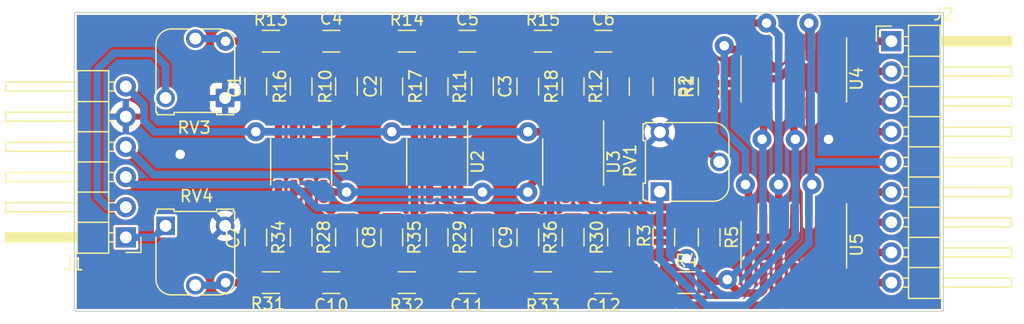
<source format=kicad_pcb>
(kicad_pcb (version 20211014) (generator pcbnew)
  (layers (0 "F.Cu" mixed) (31 "B.Cu" power) (34 "B.Paste" user) (35 "F.Paste" user) (36 "B.SilkS" user "B.Silkscreen") (37 "F.SilkS" user "F.Silkscreen") (38 "B.Mask" user) (39 "F.Mask" user) (44 "Edge.Cuts" user))
  (net 0 "")
  (net 1 "GND")
  (net 2 "audio_right")
  (net 3 "audio_left")
  (net 4 "+5V")
  (net 5 "-15V")
  (net 6 "+15V")
  (net 7 "Net-(C4-Pad1)")
  (net 8 "Net-(C1-Pad2)")
  (net 9 "Net-(C5-Pad1)")
  (net 10 "Net-(C2-Pad2)")
  (net 11 "Net-(C6-Pad1)")
  (net 12 "Net-(C3-Pad2)")
  (net 13 "Net-(C10-Pad1)")
  (net 14 "Net-(C7-Pad2)")
  (net 15 "Net-(C11-Pad1)")
  (net 16 "Net-(C8-Pad2)")
  (net 17 "Net-(C12-Pad1)")
  (net 18 "Net-(C9-Pad2)")
  (net 19 "Net-(J1-Pad1)")
  (net 20 "Net-(J1-Pad2)")
  (net 21 "Net-(U5-Pad14)")
  (net 22 "Net-(U5-Pad13)")
  (net 23 "Net-(U5-Pad1)")
  (net 24 "Net-(U5-Pad2)")
  (net 25 "Net-(U4-Pad14)")
  (net 26 "Net-(U4-Pad13)")
  (net 27 "Net-(U4-Pad1)")
  (net 28 "Net-(U4-Pad2)")
  (net 29 "Net-(R1-Pad2)")
  (net 30 "Net-(R1-Pad1)")
  (net 31 "Net-(R2-Pad2)")
  (net 32 "Net-(R3-Pad2)")
  (net 33 "Net-(R4-Pad2)")
  (net 34 "Net-(R10-Pad2)")
  (net 35 "Net-(R11-Pad2)")
  (net 36 "Net-(R12-Pad2)")
  (net 37 "Net-(R28-Pad2)")
  (net 38 "Net-(R29-Pad2)")
  (net 39 "Net-(R30-Pad2)")
  (footprint "Resistor_SMD:R_1206_3216Metric" (layer "F.Cu") (at 162.56 67.945 -90)
    (fp_text reference "R12")
    (fp_text value "137")
  )
  (footprint "Resistor_SMD:R_1206_3216Metric" (layer "F.Cu") (at 139.7 67.945 -90)
    (fp_text reference "R10")
    (fp_text value "137")
  )
  (footprint "Package_SO:SO-14_3.9x8.65mm_P1.27mm" (layer "F.Cu") (at 177.292 81.27 -90)
    (fp_text reference "U5")
    (fp_text value "LM339DR")
  )
  (footprint "Resistor_SMD:R_1206_3216Metric" (layer "F.Cu") (at 168.275 84.455)
    (fp_text reference "R4")
    (fp_text value "100k")
  )
  (footprint "Resistor_SMD:R_1206_3216Metric" (layer "F.Cu") (at 133.35 84.455)
    (fp_text reference "R31")
    (fp_text value "931")
  )
  (footprint "Resistor_SMD:R_1206_3216Metric" (layer "F.Cu") (at 156.21 84.455)
    (fp_text reference "R33")
    (fp_text value "931")
  )
  (footprint "Capacitor_SMD:C_1206_3216Metric" (layer "F.Cu") (at 161.29 84.455)
    (fp_text reference "C12")
    (fp_text value "100n")
  )
  (footprint "Capacitor_SMD:C_1206_3216Metric" (layer "F.Cu") (at 143.51 80.645 90)
    (fp_text reference "C8")
    (fp_text value "100n")
  )
  (footprint "Capacitor_SMD:C_1206_3216Metric" (layer "F.Cu") (at 149.86 84.455)
    (fp_text reference "C11")
    (fp_text value "100n")
  )
  (footprint "Resistor_SMD:R_1206_3216Metric" (layer "F.Cu") (at 170.18 67.945 90)
    (fp_text reference "R1")
    (fp_text value "100k")
  )
  (footprint "Potentiometer_THT:Potentiometer_Runtron_RM-065_Vertical" (layer "F.Cu") (at 166.035 76.795 90)
    (fp_text reference "RV1")
    (fp_text value "10k")
  )
  (footprint "Resistor_SMD:R_1206_3216Metric" (layer "F.Cu") (at 166.37 67.945 -90)
    (fp_text reference "R2")
    (fp_text value "100k")
  )
  (footprint "Resistor_SMD:R_1206_3216Metric" (layer "F.Cu") (at 144.78 64.135)
    (fp_text reference "R14")
    (fp_text value "931")
  )
  (footprint "Resistor_SMD:R_1206_3216Metric" (layer "F.Cu") (at 158.75 80.645 -90)
    (fp_text reference "R36")
    (fp_text value "1k87")
  )
  (footprint "Connector_PinHeader_2.54mm:PinHeader_1x09_P2.54mm_Horizontal" (layer "F.Cu") (at 185.49 64.135)
    (fp_text reference "J2")
    (fp_text value "Conn_01x09_Male")
  )
  (footprint "Capacitor_SMD:C_1206_3216Metric" (layer "F.Cu") (at 149.86 64.135)
    (fp_text reference "C5")
    (fp_text value "100n")
  )
  (footprint "Resistor_SMD:R_1206_3216Metric" (layer "F.Cu") (at 162.56 80.645 90)
    (fp_text reference "R30")
    (fp_text value "137")
  )
  (footprint "Capacitor_SMD:C_1206_3216Metric" (layer "F.Cu") (at 143.51 67.945 -90)
    (fp_text reference "C2")
    (fp_text value "100n")
  )
  (footprint "Resistor_SMD:R_1206_3216Metric" (layer "F.Cu") (at 147.32 80.645 -90)
    (fp_text reference "R35")
    (fp_text value "1k87")
  )
  (footprint "Package_SO:SOIC-8_3.9x4.9mm_P1.27mm" (layer "F.Cu") (at 135.89 74.295 -90)
    (fp_text reference "U1")
    (fp_text value "LF353DR")
  )
  (footprint "Resistor_SMD:R_1206_3216Metric" (layer "F.Cu") (at 151.13 80.645 90)
    (fp_text reference "R29")
    (fp_text value "137")
  )
  (footprint "Package_SO:SOIC-8_3.9x4.9mm_P1.27mm" (layer "F.Cu") (at 147.32 74.295 -90)
    (fp_text reference "U2")
    (fp_text value "LF353DR")
  )
  (footprint "Resistor_SMD:R_1206_3216Metric" (layer "F.Cu") (at 135.89 80.645 -90)
    (fp_text reference "R34")
    (fp_text value "1k87")
  )
  (footprint "Resistor_SMD:R_1206_3216Metric" (layer "F.Cu") (at 151.13 67.945 -90)
    (fp_text reference "R11")
    (fp_text value "137")
  )
  (footprint "Capacitor_SMD:C_1206_3216Metric" (layer "F.Cu") (at 161.29 64.135)
    (fp_text reference "C6")
    (fp_text value "100n")
  )
  (footprint "Capacitor_SMD:C_1206_3216Metric" (layer "F.Cu") (at 154.94 67.945 -90)
    (fp_text reference "C3")
    (fp_text value "100n")
  )
  (footprint "Potentiometer_THT:Potentiometer_Runtron_RM-065_Vertical" (layer "F.Cu") (at 129.5 68.915 180)
    (fp_text reference "RV3")
    (fp_text value "10k")
  )
  (footprint "Capacitor_SMD:C_1206_3216Metric" (layer "F.Cu") (at 154.94 80.645 90)
    (fp_text reference "C9")
    (fp_text value "100n")
  )
  (footprint "Resistor_SMD:R_1206_3216Metric" (layer "F.Cu") (at 170.18 80.645 90)
    (fp_text reference "R5")
    (fp_text value "100k")
  )
  (footprint "Connector_PinHeader_2.54mm:PinHeader_1x06_P2.54mm_Horizontal" (layer "F.Cu") (at 121.158 80.645 180)
    (fp_text reference "J1")
    (fp_text value "Conn_01x06")
  )
  (footprint "Resistor_SMD:R_1206_3216Metric" (layer "F.Cu") (at 144.78 84.455)
    (fp_text reference "R32")
    (fp_text value "931")
  )
  (footprint "Package_SO:SO-14_3.9x8.65mm_P1.27mm" (layer "F.Cu") (at 177.292 67.3 -90)
    (fp_text reference "U4")
    (fp_text value "LM339DR")
  )
  (footprint "Resistor_SMD:R_1206_3216Metric" (layer "F.Cu") (at 158.75 67.945 90)
    (fp_text reference "R18")
    (fp_text value "1k87")
  )
  (footprint "Resistor_SMD:R_1206_3216Metric" (layer "F.Cu") (at 147.32 67.945 90)
    (fp_text reference "R17")
    (fp_text value "1k87")
  )
  (footprint "Capacitor_SMD:C_1206_3216Metric" (layer "F.Cu") (at 138.43 64.135)
    (fp_text reference "C4")
    (fp_text value "100n")
  )
  (footprint "Potentiometer_THT:Potentiometer_Runtron_RM-065_Vertical" (layer "F.Cu") (at 124.5 79.675)
    (fp_text reference "RV4")
    (fp_text value "10k")
  )
  (footprint "Resistor_SMD:R_1206_3216Metric" (layer "F.Cu") (at 135.89 67.945 90)
    (fp_text reference "R16")
    (fp_text value "1k87")
  )
  (footprint "Package_SO:SOIC-8_3.9x4.9mm_P1.27mm" (layer "F.Cu") (at 158.75 74.295 -90)
    (fp_text reference "U3")
    (fp_text value "LF353DR")
  )
  (footprint "Resistor_SMD:R_1206_3216Metric" (layer "F.Cu") (at 133.35 64.135)
    (fp_text reference "R13")
    (fp_text value "931")
  )
  (footprint "Capacitor_SMD:C_1206_3216Metric" (layer "F.Cu") (at 138.43 84.455)
    (fp_text reference "C10")
    (fp_text value "100n")
  )
  (footprint "Resistor_SMD:R_1206_3216Metric" (layer "F.Cu") (at 156.21 64.135)
    (fp_text reference "R15")
    (fp_text value "931")
  )
  (footprint "Resistor_SMD:R_1206_3216Metric" (layer "F.Cu") (at 139.7 80.645 90)
    (fp_text reference "R28")
    (fp_text value "137")
  )
  (footprint "Capacitor_SMD:C_1206_3216Metric" (layer "F.Cu") (at 132.08 67.945 -90)
    (fp_text reference "C1")
    (fp_text value "100n")
  )
  (footprint "Resistor_SMD:R_1206_3216Metric" (layer "F.Cu") (at 166.37 80.645 -90)
    (fp_text reference "R3")
    (fp_text value "100k")
  )
  (footprint "Capacitor_SMD:C_1206_3216Metric" (layer "F.Cu") (at 132.08 80.645 90)
    (fp_text reference "C7")
    (fp_text value "100n")
  )
  (gr_rect (start 116.84 61.722) (end 189.865 86.868) (layer "Edge.Cuts") (width 0.1) (fill none))
  (via (at 125.73 73.66) (size 1.6) (drill 0.8) (layers "F.Cu" "B.Cu") (net 1))
  (via (at 180.213 72.39) (size 1.6) (drill 0.8) (layers "F.Cu" "B.Cu") (net 1))
  (segment (start 129.54 84.455) (end 131.8875 84.455) (width 0.635) (layer "F.Cu") (net 2))
  (via (at 129.54 84.455) (size 1.6) (drill 0.8) (layers "F.Cu" "B.Cu") (net 2))
  (segment (start 129.32 84.675) (end 129.54 84.455) (width 0.635) (layer "B.Cu") (net 2))
  (segment (start 127 84.675) (end 129.32 84.675) (width 0.635) (layer "B.Cu") (net 2))
  (segment (start 129.54 64.135) (end 131.8875 64.135) (width 0.635) (layer "F.Cu") (net 3))
  (via (at 129.54 64.135) (size 1.6) (drill 0.8) (layers "F.Cu" "B.Cu") (net 3))
  (segment (start 127 63.915) (end 129.32 63.915) (width 0.635) (layer "B.Cu") (net 3))
  (segment (start 129.32 63.915) (end 129.54 64.135) (width 0.635) (layer "B.Cu") (net 3))
  (segment (start 178.562 78.795) (end 178.562 76.073) (width 0.635) (layer "F.Cu") (net 4))
  (segment (start 178.562 64.825) (end 178.562 62.611) (width 0.635) (layer "F.Cu") (net 4))
  (via (at 178.562 62.611) (size 1.6) (drill 0.8) (layers "F.Cu" "B.Cu") (net 4))
  (via (at 178.816 76.2) (size 1.6) (drill 0.8) (layers "F.Cu" "B.Cu") (net 4))
  (segment (start 185.49 74.295) (end 178.816 74.295) (width 0.635) (layer "B.Cu") (net 4))
  (segment (start 169.926 86.36) (end 173.355 86.36) (width 0.635) (layer "B.Cu") (net 4))
  (segment (start 166.035 78.278) (end 166.035 82.469) (width 0.635) (layer "B.Cu") (net 4))
  (segment (start 135.255 76.2) (end 137.210211 78.155211) (width 0.635) (layer "B.Cu") (net 4))
  (segment (start 178.816 74.295) (end 178.7525 74.3585) (width 0.635) (layer "B.Cu") (net 4))
  (segment (start 166.116 82.55) (end 169.926 86.36) (width 0.635) (layer "B.Cu") (net 4))
  (segment (start 173.355 86.36) (end 178.562 81.153) (width 0.635) (layer "B.Cu") (net 4))
  (segment (start 178.7525 62.8015) (end 178.7525 74.3585) (width 0.635) (layer "B.Cu") (net 4))
  (segment (start 178.562 76.073) (end 178.7525 75.8825) (width 0.635) (layer "B.Cu") (net 4))
  (segment (start 137.210211 78.155211) (end 165.912211 78.155211) (width 0.635) (layer "B.Cu") (net 4))
  (segment (start 166.035 76.795) (end 166.035 78.278) (width 0.635) (layer "B.Cu") (net 4))
  (segment (start 178.7525 74.3585) (end 178.7525 75.8825) (width 0.635) (layer "B.Cu") (net 4))
  (segment (start 165.912211 78.155211) (end 166.035 78.278) (width 0.635) (layer "B.Cu") (net 4))
  (segment (start 121.793 76.2) (end 135.255 76.2) (width 0.635) (layer "B.Cu") (net 4))
  (segment (start 121.158 75.565) (end 121.793 76.2) (width 0.635) (layer "B.Cu") (net 4))
  (segment (start 166.035 82.469) (end 166.116 82.55) (width 0.635) (layer "B.Cu") (net 4))
  (segment (start 178.562 81.153) (end 178.562 76.073) (width 0.635) (layer "B.Cu") (net 4))
  (segment (start 178.562 62.611) (end 178.7525 62.8015) (width 0.635) (layer "B.Cu") (net 4))
  (segment (start 143.51 71.755) (end 145.35 71.755) (width 0.635) (layer "F.Cu") (net 5))
  (segment (start 154.94 71.755) (end 156.78 71.755) (width 0.635) (layer "F.Cu") (net 5))
  (segment (start 156.78 71.755) (end 156.845 71.82) (width 0.635) (layer "F.Cu") (net 5))
  (segment (start 132.08 71.755) (end 133.92 71.755) (width 0.635) (layer "F.Cu") (net 5))
  (segment (start 133.92 71.755) (end 133.985 71.82) (width 0.635) (layer "F.Cu") (net 5))
  (segment (start 145.35 71.755) (end 145.415 71.82) (width 0.635) (layer "F.Cu") (net 5))
  (via (at 143.51 71.755) (size 1.6) (drill 0.8) (layers "F.Cu" "B.Cu") (net 5))
  (via (at 154.94 71.755) (size 1.6) (drill 0.8) (layers "F.Cu" "B.Cu") (net 5))
  (via (at 132.08 71.755) (size 1.6) (drill 0.8) (layers "F.Cu" "B.Cu") (net 5))
  (segment (start 143.51 71.755) (end 154.94 71.755) (width 0.635) (layer "B.Cu") (net 5))
  (segment (start 123.571 71.755) (end 132.08 71.755) (width 0.635) (layer "B.Cu") (net 5))
  (segment (start 121.158 67.945) (end 122.682 69.469) (width 0.635) (layer "B.Cu") (net 5))
  (segment (start 122.682 69.469) (end 122.682 70.866) (width 0.635) (layer "B.Cu") (net 5))
  (segment (start 122.682 70.866) (end 123.571 71.755) (width 0.635) (layer "B.Cu") (net 5))
  (segment (start 132.08 71.755) (end 143.51 71.755) (width 0.635) (layer "B.Cu") (net 5))
  (segment (start 160.274 75.057) (end 156.337 75.057) (width 0.635) (layer "F.Cu") (net 6))
  (segment (start 154.94 76.454) (end 154.94 76.835) (width 0.635) (layer "F.Cu") (net 6))
  (segment (start 151.13 76.835) (end 149.29 76.835) (width 0.635) (layer "F.Cu") (net 6))
  (segment (start 149.29 76.835) (end 149.225 76.77) (width 0.635) (layer "F.Cu") (net 6))
  (segment (start 160.655 76.77) (end 160.655 75.438) (width 0.635) (layer "F.Cu") (net 6))
  (segment (start 139.7 76.835) (end 137.86 76.835) (width 0.635) (layer "F.Cu") (net 6))
  (segment (start 137.86 76.835) (end 137.795 76.77) (width 0.635) (layer "F.Cu") (net 6))
  (segment (start 160.655 75.438) (end 160.274 75.057) (width 0.635) (layer "F.Cu") (net 6))
  (segment (start 156.337 75.057) (end 154.94 76.454) (width 0.635) (layer "F.Cu") (net 6))
  (via (at 139.7 76.835) (size 1.6) (drill 0.8) (layers "F.Cu" "B.Cu") (net 6))
  (via (at 151.13 76.835) (size 1.6) (drill 0.8) (layers "F.Cu" "B.Cu") (net 6))
  (via (at 154.94 76.835) (size 1.6) (drill 0.8) (layers "F.Cu" "B.Cu") (net 6))
  (segment (start 139.7 76.835) (end 151.13 76.835) (width 0.635) (layer "B.Cu") (net 6))
  (segment (start 121.158 73.025) (end 123.495281 75.362281) (width 0.635) (layer "B.Cu") (net 6))
  (segment (start 151.13 76.835) (end 154.94 76.835) (width 0.635) (layer "B.Cu") (net 6))
  (segment (start 138.22728 75.36228) (end 139.7 76.835) (width 0.635) (layer "B.Cu") (net 6))
  (segment (start 123.495281 75.362281) (end 138.22728 75.36228) (width 0.635) (layer "B.Cu") (net 6))
  (segment (start 138.2375 66.4825) (end 139.7 66.4825) (width 0.635) (layer "F.Cu") (net 7))
  (segment (start 136.955 64.135) (end 136.955 65.2) (width 0.635) (layer "F.Cu") (net 7))
  (segment (start 133.555 66.47) (end 134.8125 65.2125) (width 0.635) (layer "F.Cu") (net 7))
  (segment (start 136.955 65.2) (end 138.2375 66.4825) (width 0.635) (layer "F.Cu") (net 7))
  (segment (start 132.08 66.47) (end 133.555 66.47) (width 0.635) (layer "F.Cu") (net 7))
  (segment (start 134.8125 65.2125) (end 134.8125 64.135) (width 0.635) (layer "F.Cu") (net 7))
  (segment (start 134.8125 64.135) (end 136.955 64.135) (width 0.635) (layer "F.Cu") (net 7))
  (segment (start 135.255 70.485) (end 135.89 70.485) (width 0.635) (layer "F.Cu") (net 8))
  (segment (start 135.8775 69.42) (end 135.89 69.4075) (width 0.635) (layer "F.Cu") (net 8))
  (segment (start 135.89 70.485) (end 135.89 69.4075) (width 0.635) (layer "F.Cu") (net 8))
  (segment (start 132.08 69.42) (end 135.8775 69.42) (width 0.635) (layer "F.Cu") (net 8))
  (segment (start 135.255 71.82) (end 135.255 70.485) (width 0.635) (layer "F.Cu") (net 8))
  (segment (start 148.385 64.135) (end 148.385 65.2) (width 0.635) (layer "F.Cu") (net 9))
  (segment (start 146.2425 65.2125) (end 146.2425 64.135) (width 0.635) (layer "F.Cu") (net 9))
  (segment (start 148.385 65.2) (end 149.6675 66.4825) (width 0.635) (layer "F.Cu") (net 9))
  (segment (start 146.2425 64.135) (end 148.385 64.135) (width 0.635) (layer "F.Cu") (net 9))
  (segment (start 143.51 66.47) (end 144.985 66.47) (width 0.635) (layer "F.Cu") (net 9))
  (segment (start 149.6675 66.4825) (end 151.13 66.4825) (width 0.635) (layer "F.Cu") (net 9))
  (segment (start 144.985 66.47) (end 146.2425 65.2125) (width 0.635) (layer "F.Cu") (net 9))
  (segment (start 147.32 70.485) (end 147.32 69.4075) (width 0.635) (layer "F.Cu") (net 10))
  (segment (start 147.3075 69.42) (end 147.32 69.4075) (width 0.635) (layer "F.Cu") (net 10))
  (segment (start 146.685 70.485) (end 147.32 70.485) (width 0.635) (layer "F.Cu") (net 10))
  (segment (start 143.51 69.42) (end 147.3075 69.42) (width 0.635) (layer "F.Cu") (net 10))
  (segment (start 146.685 71.82) (end 146.685 70.485) (width 0.635) (layer "F.Cu") (net 10))
  (segment (start 162.56 66.4825) (end 161.0975 66.4825) (width 0.635) (layer "F.Cu") (net 11))
  (segment (start 159.815 65.2) (end 159.815 64.135) (width 0.635) (layer "F.Cu") (net 11))
  (segment (start 161.0975 66.4825) (end 159.815 65.2) (width 0.635) (layer "F.Cu") (net 11))
  (segment (start 156.415 66.47) (end 157.6725 65.2125) (width 0.635) (layer "F.Cu") (net 11))
  (segment (start 157.6725 65.2125) (end 157.6725 64.135) (width 0.635) (layer "F.Cu") (net 11))
  (segment (start 154.94 66.47) (end 156.415 66.47) (width 0.635) (layer "F.Cu") (net 11))
  (segment (start 157.6725 64.135) (end 159.815 64.135) (width 0.635) (layer "F.Cu") (net 11))
  (segment (start 158.115 71.82) (end 158.115 70.485) (width 0.635) (layer "F.Cu") (net 12))
  (segment (start 158.115 70.485) (end 158.75 70.485) (width 0.635) (layer "F.Cu") (net 12))
  (segment (start 154.94 69.42) (end 158.7375 69.42) (width 0.635) (layer "F.Cu") (net 12))
  (segment (start 158.7375 69.42) (end 158.75 69.4075) (width 0.635) (layer "F.Cu") (net 12))
  (segment (start 158.75 70.485) (end 158.75 69.4075) (width 0.635) (layer "F.Cu") (net 12))
  (segment (start 133.555 82.12) (end 134.8125 83.3775) (width 0.635) (layer "F.Cu") (net 13))
  (segment (start 132.08 82.12) (end 133.555 82.12) (width 0.635) (layer "F.Cu") (net 13))
  (segment (start 136.955 83.39) (end 136.955 84.455) (width 0.635) (layer "F.Cu") (net 13))
  (segment (start 134.8125 84.455) (end 136.955 84.455) (width 0.635) (layer "F.Cu") (net 13))
  (segment (start 139.7 82.1075) (end 138.2375 82.1075) (width 0.635) (layer "F.Cu") (net 13))
  (segment (start 134.8125 83.3775) (end 134.8125 84.455) (width 0.635) (layer "F.Cu") (net 13))
  (segment (start 138.2375 82.1075) (end 136.955 83.39) (width 0.635) (layer "F.Cu") (net 13))
  (segment (start 135.8775 79.17) (end 135.89 79.1825) (width 0.635) (layer "F.Cu") (net 14))
  (segment (start 133.985 78.965) (end 134.19 79.17) (width 0.635) (layer "F.Cu") (net 14))
  (segment (start 134.19 79.17) (end 135.8775 79.17) (width 0.635) (layer "F.Cu") (net 14))
  (segment (start 132.08 79.17) (end 134.19 79.17) (width 0.635) (layer "F.Cu") (net 14))
  (segment (start 133.985 76.77) (end 133.985 78.965) (width 0.635) (layer "F.Cu") (net 14))
  (segment (start 146.2425 84.455) (end 148.385 84.455) (width 0.635) (layer "F.Cu") (net 15))
  (segment (start 151.13 82.1075) (end 150.3025 82.1075) (width 0.635) (layer "F.Cu") (net 15))
  (segment (start 143.51 82.12) (end 144.985 82.12) (width 0.635) (layer "F.Cu") (net 15))
  (segment (start 144.985 82.12) (end 146.2425 83.3775) (width 0.635) (layer "F.Cu") (net 15))
  (segment (start 150.3025 82.1075) (end 148.385 84.025) (width 0.635) (layer "F.Cu") (net 15))
  (segment (start 148.385 84.025) (end 148.385 84.455) (width 0.635) (layer "F.Cu") (net 15))
  (segment (start 146.2425 83.3775) (end 146.2425 84.455) (width 0.635) (layer "F.Cu") (net 15))
  (segment (start 145.415 76.77) (end 145.415 78.965) (width 0.635) (layer "F.Cu") (net 16))
  (segment (start 145.62 79.17) (end 147.3075 79.17) (width 0.635) (layer "F.Cu") (net 16))
  (segment (start 143.51 79.17) (end 145.62 79.17) (width 0.635) (layer "F.Cu") (net 16))
  (segment (start 145.415 78.965) (end 145.62 79.17) (width 0.635) (layer "F.Cu") (net 16))
  (segment (start 147.3075 79.17) (end 147.32 79.1825) (width 0.635) (layer "F.Cu") (net 16))
  (segment (start 162.56 82.1075) (end 161.0975 82.1075) (width 0.635) (layer "F.Cu") (net 17))
  (segment (start 156.415 82.12) (end 157.6725 83.3775) (width 0.635) (layer "F.Cu") (net 17))
  (segment (start 157.6725 83.3775) (end 157.6725 84.455) (width 0.635) (layer "F.Cu") (net 17))
  (segment (start 157.6725 84.455) (end 159.815 84.455) (width 0.635) (layer "F.Cu") (net 17))
  (segment (start 154.94 82.12) (end 156.415 82.12) (width 0.635) (layer "F.Cu") (net 17))
  (segment (start 159.815 83.39) (end 159.815 84.455) (width 0.635) (layer "F.Cu") (net 17))
  (segment (start 161.0975 82.1075) (end 159.815 83.39) (width 0.635) (layer "F.Cu") (net 17))
  (segment (start 156.845 76.77) (end 156.845 78.965) (width 0.635) (layer "F.Cu") (net 18))
  (segment (start 157.05 79.17) (end 158.7375 79.17) (width 0.635) (layer "F.Cu") (net 18))
  (segment (start 156.845 78.965) (end 157.05 79.17) (width 0.635) (layer "F.Cu") (net 18))
  (segment (start 158.7375 79.17) (end 158.75 79.1825) (width 0.635) (layer "F.Cu") (net 18))
  (segment (start 154.94 79.17) (end 157.05 79.17) (width 0.635) (layer "F.Cu") (net 18))
  (segment (start 121.158 80.645) (end 123.53 80.645) (width 0.635) (layer "B.Cu") (net 19))
  (segment (start 123.53 80.645) (end 124.5 79.675) (width 0.635) (layer "B.Cu") (net 19))
  (segment (start 124.5 66.207) (end 124.5 68.915) (width 0.635) (layer "B.Cu") (net 20))
  (segment (start 118.745 66.548) (end 120.142 65.151) (width 0.635) (layer "B.Cu") (net 20))
  (segment (start 123.444 65.151) (end 124.5 66.207) (width 0.635) (layer "B.Cu") (net 20))
  (segment (start 118.745 77.216) (end 118.745 66.548) (width 0.635) (layer "B.Cu") (net 20))
  (segment (start 121.158 78.105) (end 119.634 78.105) (width 0.635) (layer "B.Cu") (net 20))
  (segment (start 119.634 78.105) (end 118.745 77.216) (width 0.635) (layer "B.Cu") (net 20))
  (segment (start 120.142 65.151) (end 123.444 65.151) (width 0.635) (layer "B.Cu") (net 20))
  (segment (start 183.906 84.455) (end 185.49 84.455) (width 0.635) (layer "F.Cu") (net 21))
  (segment (start 183.196 83.745) (end 183.906 84.455) (width 0.635) (layer "F.Cu") (net 21))
  (segment (start 181.102 83.745) (end 183.196 83.745) (width 0.635) (layer "F.Cu") (net 21))
  (segment (start 179.832 83.745) (end 179.832 82.54) (width 0.635) (layer "F.Cu") (net 22))
  (segment (start 179.832 82.54) (end 180.457 81.915) (width 0.635) (layer "F.Cu") (net 22))
  (segment (start 180.457 81.915) (end 185.49 81.915) (width 0.635) (layer "F.Cu") (net 22))
  (segment (start 183.199 78.795) (end 183.779 79.375) (width 0.635) (layer "F.Cu") (net 23))
  (segment (start 181.102 78.795) (end 183.199 78.795) (width 0.635) (layer "F.Cu") (net 23))
  (segment (start 183.779 79.375) (end 185.49 79.375) (width 0.635) (layer "F.Cu") (net 23))
  (segment (start 179.832 78.795) (end 179.832 77.587) (width 0.635) (layer "F.Cu") (net 24))
  (segment (start 185.49 76.835) (end 180.604 76.835) (width 0.635) (layer "F.Cu") (net 24))
  (segment (start 180.604 76.835) (end 180.594 76.825) (width 0.635) (layer "F.Cu") (net 24))
  (segment (start 179.832 77.587) (end 180.594 76.825) (width 0.635) (layer "F.Cu") (net 24))
  (segment (start 181.102 69.775) (end 182.434 69.775) (width 0.635) (layer "F.Cu") (net 25))
  (segment (start 182.434 69.775) (end 184.414 71.755) (width 0.635) (layer "F.Cu") (net 25))
  (segment (start 185.49 71.755) (end 184.414 71.755) (width 0.635) (layer "F.Cu") (net 25))
  (segment (start 181.864 67.808) (end 183.271 69.215) (width 0.635) (layer "F.Cu") (net 26))
  (segment (start 180.34 67.808) (end 181.864 67.808) (width 0.635) (layer "F.Cu") (net 26))
  (segment (start 179.832 69.775) (end 179.832 68.316) (width 0.635) (layer "F.Cu") (net 26))
  (segment (start 179.832 68.316) (end 180.34 67.808) (width 0.635) (layer "F.Cu") (net 26))
  (segment (start 185.49 69.215) (end 183.271 69.215) (width 0.635) (layer "F.Cu") (net 26))
  (segment (start 181.421 64.825) (end 183.271 66.675) (width 0.635) (layer "F.Cu") (net 27))
  (segment (start 181.102 64.825) (end 181.421 64.825) (width 0.635) (layer "F.Cu") (net 27))
  (segment (start 185.49 66.675) (end 183.271 66.675) (width 0.635) (layer "F.Cu") (net 27))
  (segment (start 185.49 64.135) (end 183.398 64.135) (width 0.635) (layer "F.Cu") (net 28))
  (segment (start 180.217 63.105) (end 182.368 63.105) (width 0.635) (layer "F.Cu") (net 28))
  (segment (start 182.368 63.105) (end 183.398 64.135) (width 0.635) (layer "F.Cu") (net 28))
  (segment (start 179.832 64.825) (end 179.832 63.49) (width 0.635) (layer "F.Cu") (net 28))
  (segment (start 179.832 63.49) (end 180.217 63.105) (width 0.635) (layer "F.Cu") (net 28))
  (segment (start 176.022 64.825) (end 176.022 63.627) (width 0.635) (layer "F.Cu") (net 29))
  (segment (start 170.18 66.4825) (end 168.2135 66.4825) (width 0.635) (layer "F.Cu") (net 29))
  (segment (start 168.2135 66.4825) (end 166.37 66.4825) (width 0.635) (layer "F.Cu") (net 29))
  (segment (start 168.2135 64.5775) (end 168.2135 66.4825) (width 0.635) (layer "F.Cu") (net 29))
  (segment (start 176.2145 76.6325) (end 176.022 76.825) (width 0.635) (layer "F.Cu") (net 29))
  (segment (start 176.022 78.795) (end 176.022 76.825) (width 0.635) (layer "F.Cu") (net 29))
  (segment (start 176.022 63.627) (end 175.006 62.611) (width 0.635) (layer "F.Cu") (net 29))
  (segment (start 170.18 62.611) (end 168.2135 64.5775) (width 0.635) (layer "F.Cu") (net 29))
  (segment (start 175.006 62.611) (end 170.18 62.611) (width 0.635) (layer "F.Cu") (net 29))
  (via (at 176.022 76.2) (size 1.6) (drill 0.8) (layers "F.Cu" "B.Cu") (net 29))
  (via (at 175.006 62.611) (size 1.6) (drill 0.8) (layers "F.Cu" "B.Cu") (net 29))
  (segment (start 176.022 63.627) (end 175.006 62.611) (width 0.635) (layer "B.Cu") (net 29))
  (segment (start 176.022 76.825) (end 176.022 63.627) (width 0.635) (layer "B.Cu") (net 29))
  (segment (start 170.18 73.44) (end 171.035 74.295) (width 0.635) (layer "F.Cu") (net 30))
  (segment (start 170.18 69.4075) (end 170.18 73.44) (width 0.635) (layer "F.Cu") (net 30))
  (segment (start 163.957 70.612) (end 165.1615 69.4075) (width 0.635) (layer "F.Cu") (net 31))
  (segment (start 165.1615 69.4075) (end 166.37 69.4075) (width 0.635) (layer "F.Cu") (net 31))
  (segment (start 173.482 78.795) (end 173.482 76.825) (width 0.635) (layer "F.Cu") (net 31))
  (segment (start 172.857 76.2) (end 173.482 76.825) (width 0.635) (layer "F.Cu") (net 31))
  (segment (start 166.37 79.1825) (end 167.38922 80.20172) (width 0.508) (layer "F.Cu") (net 31))
  (segment (start 171.759 64.825) (end 171.45 64.516) (width 0.635) (layer "F.Cu") (net 31))
  (segment (start 167.38922 80.20172) (end 172.07528 80.20172) (width 0.508) (layer "F.Cu") (net 31))
  (segment (start 166.37 79.1825) (end 165.1615 79.1825) (width 0.635) (layer "F.Cu") (net 31))
  (segment (start 165.1615 79.1825) (end 163.957 77.978) (width 0.635) (layer "F.Cu") (net 31))
  (segment (start 163.957 77.978) (end 163.957 70.612) (width 0.635) (layer "F.Cu") (net 31))
  (segment (start 172.07528 80.20172) (end 173.482 78.795) (width 0.508) (layer "F.Cu") (net 31))
  (segment (start 173.482 64.825) (end 171.759 64.825) (width 0.635) (layer "F.Cu") (net 31))
  (via (at 173.228 76.2) (size 1.6) (drill 0.8) (layers "F.Cu" "B.Cu") (net 31))
  (via (at 171.45 64.516) (size 1.6) (drill 0.8) (layers "F.Cu" "B.Cu") (net 31))
  (segment (start 173.228 73.406) (end 173.228 76.2) (width 0.635) (layer "B.Cu") (net 31))
  (segment (start 171.45 71.628) (end 171.45 64.516) (width 0.635) (layer "B.Cu") (net 31))
  (segment (start 171.45 71.628) (end 173.228 73.406) (width 0.635) (layer "B.Cu") (net 31))
  (segment (start 167.64 86.36) (end 166.8125 85.5325) (width 0.635) (layer "F.Cu") (net 32))
  (segment (start 166.37 84.0125) (end 166.8125 84.455) (width 0.635) (layer "F.Cu") (net 32))
  (segment (start 166.37 82.1075) (end 166.37 84.0125) (width 0.635) (layer "F.Cu") (net 32))
  (segment (start 166.37 82.1075) (end 168.2135 82.1075) (width 0.635) (layer "F.Cu") (net 32))
  (segment (start 177.292 85.08) (end 176.012 86.36) (width 0.635) (layer "F.Cu") (net 32))
  (segment (start 176.012 86.36) (end 167.64 86.36) (width 0.635) (layer "F.Cu") (net 32))
  (segment (start 177.292 83.745) (end 177.292 85.08) (width 0.635) (layer "F.Cu") (net 32))
  (segment (start 166.8125 85.5325) (end 166.8125 84.455) (width 0.635) (layer "F.Cu") (net 32))
  (segment (start 177.292 69.775) (end 177.292 71.745) (width 0.635) (layer "F.Cu") (net 32))
  (via (at 168.275 82.423) (size 1.6) (drill 0.8) (layers "F.Cu" "B.Cu") (net 32))
  (via (at 177.419 72.39) (size 1.6) (drill 0.8) (layers "F.Cu" "B.Cu") (net 32))
  (segment (start 168.2135 82.577561) (end 171.158219 85.52228) (width 0.635) (layer "B.Cu") (net 32))
  (segment (start 177.419 80.645) (end 177.419 71.872) (width 0.635) (layer "B.Cu") (net 32))
  (segment (start 171.158219 85.52228) (end 172.54172 85.52228) (width 0.635) (layer "B.Cu") (net 32))
  (segment (start 172.54172 85.52228) (end 177.419 80.645) (width 0.635) (layer "B.Cu") (net 32))
  (segment (start 174.752 83.745) (end 174.752 85.08) (width 0.635) (layer "F.Cu") (net 33))
  (segment (start 170.18 84.0125) (end 169.7375 84.455) (width 0.635) (layer "F.Cu") (net 33))
  (segment (start 169.8645 84.328) (end 171.704 84.328) (width 0.635) (layer "F.Cu") (net 33))
  (segment (start 169.7375 84.455) (end 169.8645 84.328) (width 0.635) (layer "F.Cu") (net 33))
  (segment (start 174.752 69.775) (end 174.752 71.745) (width 0.635) (layer "F.Cu") (net 33))
  (segment (start 174.752 85.08) (end 174.498 85.334) (width 0.635) (layer "F.Cu") (net 33))
  (segment (start 170.18 82.1075) (end 170.18 84.0125) (width 0.635) (layer "F.Cu") (net 33))
  (segment (start 171.704 84.328) (end 172.71 85.334) (width 0.635) (layer "F.Cu") (net 33))
  (segment (start 172.71 85.334) (end 174.498 85.334) (width 0.635) (layer "F.Cu") (net 33))
  (via (at 171.704 84.201) (size 1.6) (drill 0.8) (layers "F.Cu" "B.Cu") (net 33))
  (via (at 174.625 72.39) (size 1.6) (drill 0.8) (layers "F.Cu" "B.Cu") (net 33))
  (segment (start 174.701789 81.330211) (end 174.701789 71.795211) (width 0.635) (layer "B.Cu") (net 33))
  (segment (start 171.704 84.328) (end 174.701789 81.330211) (width 0.635) (layer "B.Cu") (net 33))
  (segment (start 142.875 64.135) (end 143.3175 64.135) (width 0.635) (layer "F.Cu") (net 34))
  (segment (start 139.7 69.4075) (end 139.7 68.58) (width 0.635) (layer "F.Cu") (net 34))
  (segment (start 139.7 70.485) (end 139.7 69.4075) (width 0.635) (layer "F.Cu") (net 34))
  (segment (start 137.795 71.82) (end 138.365 71.82) (width 0.635) (layer "F.Cu") (net 34))
  (segment (start 141.605 65.405) (end 142.875 64.135) (width 0.635) (layer "F.Cu") (net 34))
  (segment (start 138.365 71.82) (end 139.7 70.485) (width 0.635) (layer "F.Cu") (net 34))
  (segment (start 136.525 71.82) (end 137.795 71.82) (width 0.635) (layer "F.Cu") (net 34))
  (segment (start 139.7 68.58) (end 141.605 66.675) (width 0.635) (layer "F.Cu") (net 34))
  (segment (start 141.605 66.675) (end 141.605 65.405) (width 0.635) (layer "F.Cu") (net 34))
  (segment (start 153.035 66.675) (end 153.035 64.77) (width 0.635) (layer "F.Cu") (net 35))
  (segment (start 149.795 71.82) (end 151.13 70.485) (width 0.635) (layer "F.Cu") (net 35))
  (segment (start 153.67 64.135) (end 154.7475 64.135) (width 0.635) (layer "F.Cu") (net 35))
  (segment (start 151.13 70.485) (end 151.13 69.4075) (width 0.635) (layer "F.Cu") (net 35))
  (segment (start 151.13 68.58) (end 153.035 66.675) (width 0.635) (layer "F.Cu") (net 35))
  (segment (start 151.13 69.4075) (end 151.13 68.58) (width 0.635) (layer "F.Cu") (net 35))
  (segment (start 147.955 71.82) (end 149.225 71.82) (width 0.635) (layer "F.Cu") (net 35))
  (segment (start 153.035 64.77) (end 153.67 64.135) (width 0.635) (layer "F.Cu") (net 35))
  (segment (start 149.225 71.82) (end 149.795 71.82) (width 0.635) (layer "F.Cu") (net 35))
  (segment (start 174.752 67.3) (end 173.482 67.3) (width 0.635) (layer "F.Cu") (net 36))
  (segment (start 159.385 71.82) (end 160.655 71.82) (width 0.635) (layer "F.Cu") (net 36))
  (segment (start 173.482 67.945) (end 173.482 67.3) (width 0.635) (layer "F.Cu") (net 36))
  (segment (start 161.3515 69.4075) (end 162.56 69.4075) (width 0.635) (layer "F.Cu") (net 36))
  (segment (start 174.752 64.825) (end 174.752 67.3) (width 0.635) (layer "F.Cu") (net 36))
  (segment (start 177.292 64.825) (end 177.292 66.03) (width 0.635) (layer "F.Cu") (net 36))
  (segment (start 176.022 67.3) (end 174.752 67.3) (width 0.635) (layer "F.Cu") (net 36))
  (segment (start 162.56 69.4075) (end 162.56 68.326) (width 0.635) (layer "F.Cu") (net 36))
  (segment (start 162.56 68.326) (end 163.322 67.564) (width 0.635) (layer "F.Cu") (net 36))
  (segment (start 163.322 67.691) (end 173.482 67.691) (width 0.635) (layer "F.Cu") (net 36))
  (segment (start 160.655 71.82) (end 160.655 70.104) (width 0.635) (layer "F.Cu") (net 36))
  (segment (start 177.292 66.03) (end 176.022 67.3) (width 0.635) (layer "F.Cu") (net 36))
  (segment (start 173.482 69.775) (end 173.482 67.945) (width 0.635) (layer "F.Cu") (net 36))
  (segment (start 176.022 69.775) (end 176.022 67.3) (width 0.635) (layer "F.Cu") (net 36))
  (segment (start 160.655 70.104) (end 161.3515 69.4075) (width 0.635) (layer "F.Cu") (net 36))
  (segment (start 136.834035 78.09978) (end 137.916755 79.1825) (width 0.635) (layer "F.Cu") (net 37))
  (segment (start 139.7 80.01) (end 141.605 81.915) (width 0.635) (layer "F.Cu") (net 37))
  (segment (start 141.605 81.915) (end 141.605 83.82) (width 0.635) (layer "F.Cu") (net 37))
  (segment (start 136.525 78.09978) (end 136.834035 78.09978) (width 0.635) (layer "F.Cu") (net 37))
  (segment (start 135.255 76.77) (end 136.525 76.77) (width 0.635) (layer "F.Cu") (net 37))
  (segment (start 141.605 83.82) (end 142.24 84.455) (width 0.635) (layer "F.Cu") (net 37))
  (segment (start 139.7 79.1825) (end 139.7 80.01) (width 0.635) (layer "F.Cu") (net 37))
  (segment (start 136.525 76.77) (end 136.525 78.09978) (width 0.635) (layer "F.Cu") (net 37))
  (segment (start 142.24 84.455) (end 143.3175 84.455) (width 0.635) (layer "F.Cu") (net 37))
  (segment (start 137.916755 79.1825) (end 139.7 79.1825) (width 0.635) (layer "F.Cu") (net 37))
  (segment (start 151.13 79.1825) (end 151.13 80.01) (width 0.635) (layer "F.Cu") (net 38))
  (segment (start 147.955 77.422834) (end 149.714666 79.1825) (width 0.635) (layer "F.Cu") (net 38))
  (segment (start 153.035 81.915) (end 153.035 83.82) (width 0.635) (layer "F.Cu") (net 38))
  (segment (start 146.685 76.77) (end 147.955 76.77) (width 0.635) (layer "F.Cu") (net 38))
  (segment (start 151.13 80.01) (end 153.035 81.915) (width 0.635) (layer "F.Cu") (net 38))
  (segment (start 149.714666 79.1825) (end 151.13 79.1825) (width 0.635) (layer "F.Cu") (net 38))
  (segment (start 147.955 76.77) (end 147.955 77.422834) (width 0.635) (layer "F.Cu") (net 38))
  (segment (start 153.035 83.82) (end 153.67 84.455) (width 0.635) (layer "F.Cu") (net 38))
  (segment (start 153.67 84.455) (end 154.7475 84.455) (width 0.635) (layer "F.Cu") (net 38))
  (segment (start 173.482 81.026) (end 173.482 80.635) (width 0.635) (layer "F.Cu") (net 39))
  (segment (start 158.115 76.77) (end 159.385 76.77) (width 0.635) (layer "F.Cu") (net 39))
  (segment (start 174.752 80.635) (end 176.022 80.635) (width 0.635) (layer "F.Cu") (net 39))
  (segment (start 173.482 80.635) (end 174.752 80.635) (width 0.635) (layer "F.Cu") (net 39))
  (segment (start 174.752 80.635) (end 174.752 78.795) (width 0.635) (layer "F.Cu") (net 39))
  (segment (start 176.022 80.635) (end 176.657 80.635) (width 0.635) (layer "F.Cu") (net 39))
  (segment (start 164.40228 81.02478) (end 162.56 79.1825) (width 0.508) (layer "F.Cu") (net 39))
  (segment (start 159.385 77.47) (end 161.0975 79.1825) (width 0.635) (layer "F.Cu") (net 39))
  (segment (start 161.0975 79.1825) (end 162.56 79.1825) (width 0.635) (layer "F.Cu") (net 39))
  (segment (start 176.022 83.745) (end 176.022 80.635) (width 0.635) (layer "F.Cu") (net 39))
  (segment (start 159.385 76.77) (end 159.385 77.47) (width 0.635) (layer "F.Cu") (net 39))
  (segment (start 173.48078 81.02478) (end 173.482 81.026) (width 0.635) (layer "F.Cu") (net 39))
  (segment (start 177.292 80) (end 177.292 78.795) (width 0.635) (layer "F.Cu") (net 39))
  (segment (start 173.48078 81.02478) (end 164.40228 81.02478) (width 0.508) (layer "F.Cu") (net 39))
  (segment (start 176.657 80.635) (end 177.292 80) (width 0.635) (layer "F.Cu") (net 39))
  (segment (start 173.482 83.745) (end 173.482 81.026) (width 0.635) (layer "F.Cu") (net 39))
  (zone (net 1) (net_name "GND") (layers F&B.Cu) (connect_pads (clearance 0.2032)) (min_thickness 0.0254) (fill yes (thermal_gap 0.508) (thermal_bridge_width 0.508) (island_removal_mode 1) (island_area_min 0))
    (polygon (pts (xy 189.865 86.868) (xy 116.84 86.868) (xy 116.84 61.722) (xy 189.865 61.722)))
  )
)
</source>
